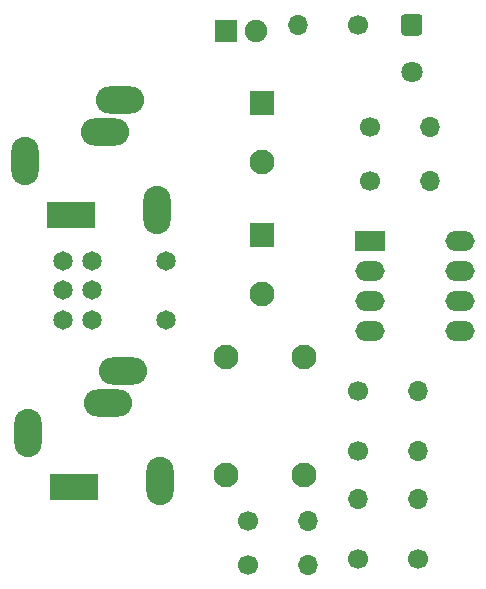
<source format=gbr>
%TF.GenerationSoftware,KiCad,Pcbnew,(5.1.6)-1*%
%TF.CreationDate,2020-06-12T21:02:23-04:00*%
%TF.ProjectId,cMoy,634d6f79-2e6b-4696-9361-645f70636258,rev?*%
%TF.SameCoordinates,Original*%
%TF.FileFunction,Soldermask,Bot*%
%TF.FilePolarity,Negative*%
%FSLAX46Y46*%
G04 Gerber Fmt 4.6, Leading zero omitted, Abs format (unit mm)*
G04 Created by KiCad (PCBNEW (5.1.6)-1) date 2020-06-12 21:02:23*
%MOMM*%
%LPD*%
G01*
G04 APERTURE LIST*
%ADD10C,1.800000*%
%ADD11C,2.100000*%
%ADD12R,2.100000X2.100000*%
%ADD13R,1.900000X1.900000*%
%ADD14C,1.900000*%
%ADD15C,1.700000*%
%ADD16O,1.700000X1.700000*%
%ADD17R,2.500000X1.700000*%
%ADD18O,2.500000X1.700000*%
%ADD19O,2.300000X4.100000*%
%ADD20O,4.100000X2.300000*%
%ADD21R,4.100000X2.300000*%
%ADD22C,1.650000*%
G04 APERTURE END LIST*
%TO.C,BT1*%
G36*
G01*
X148716706Y-27040000D02*
X149987294Y-27040000D01*
G75*
G02*
X150252000Y-27304706I0J-264706D01*
G01*
X150252000Y-28575294D01*
G75*
G02*
X149987294Y-28840000I-264706J0D01*
G01*
X148716706Y-28840000D01*
G75*
G02*
X148452000Y-28575294I0J264706D01*
G01*
X148452000Y-27304706D01*
G75*
G02*
X148716706Y-27040000I264706J0D01*
G01*
G37*
D10*
X149352000Y-31940000D03*
%TD*%
D11*
%TO.C,C1*%
X136652000Y-39544000D03*
D12*
X136652000Y-34544000D03*
%TD*%
%TO.C,C2*%
X136652000Y-45720000D03*
D11*
X136652000Y-50720000D03*
%TD*%
%TO.C,C3*%
X140208000Y-56040000D03*
X140208000Y-66040000D03*
%TD*%
%TO.C,C4*%
X133604000Y-66040000D03*
X133604000Y-56040000D03*
%TD*%
D13*
%TO.C,D1*%
X133604000Y-28448000D03*
D14*
X136144000Y-28448000D03*
%TD*%
D15*
%TO.C,R1*%
X144780000Y-27940000D03*
D16*
X139700000Y-27940000D03*
%TD*%
%TO.C,R2*%
X150876000Y-36576000D03*
D15*
X145796000Y-36576000D03*
%TD*%
%TO.C,R3*%
X145796000Y-41148000D03*
D16*
X150876000Y-41148000D03*
%TD*%
%TO.C,R4*%
X149860000Y-58928000D03*
D15*
X144780000Y-58928000D03*
%TD*%
%TO.C,R5*%
X144780000Y-64008000D03*
D16*
X149860000Y-64008000D03*
%TD*%
D15*
%TO.C,R6*%
X144780000Y-73152000D03*
D16*
X144780000Y-68072000D03*
%TD*%
%TO.C,R7*%
X149860000Y-68072000D03*
D15*
X149860000Y-73152000D03*
%TD*%
D16*
%TO.C,R8*%
X140589000Y-73660000D03*
D15*
X135509000Y-73660000D03*
%TD*%
%TO.C,R9*%
X135509000Y-69977000D03*
D16*
X140589000Y-69977000D03*
%TD*%
D17*
%TO.C,U1*%
X145796000Y-46228000D03*
D18*
X153416000Y-53848000D03*
X145796000Y-48768000D03*
X153416000Y-51308000D03*
X145796000Y-51308000D03*
X153416000Y-48768000D03*
X145796000Y-53848000D03*
X153416000Y-46228000D03*
%TD*%
D19*
%TO.C,J1*%
X116623000Y-39469000D03*
D20*
X124623000Y-34269000D03*
X123423000Y-36969000D03*
D19*
X127823000Y-43569000D03*
D21*
X120523000Y-44069000D03*
%TD*%
%TO.C,J2*%
X120777000Y-67056000D03*
D19*
X128077000Y-66556000D03*
D20*
X123677000Y-59956000D03*
X124877000Y-57256000D03*
D19*
X116877000Y-62456000D03*
%TD*%
D22*
%TO.C,RV1*%
X119808000Y-47919000D03*
X119808000Y-50419000D03*
X119808000Y-52919000D03*
X122308000Y-47919000D03*
X122308000Y-50419000D03*
X122308000Y-52919000D03*
X128558000Y-47919000D03*
X128558000Y-52919000D03*
%TD*%
M02*

</source>
